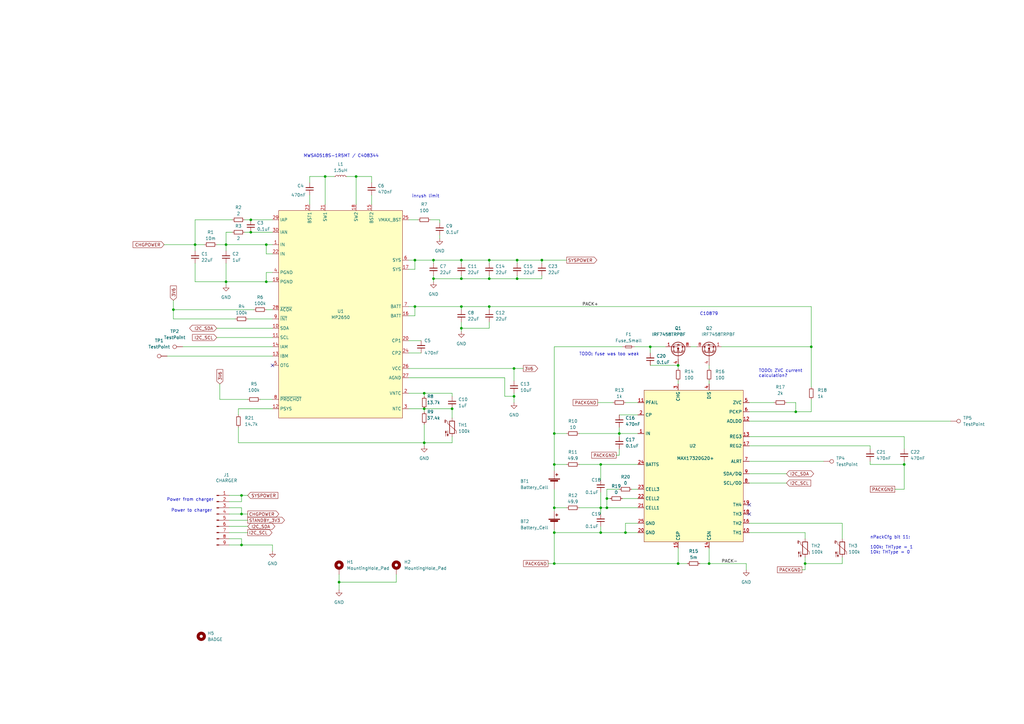
<source format=kicad_sch>
(kicad_sch (version 20230121) (generator eeschema)
  (paper "A3")
  (lib_symbols
    (symbol "Connector:Conn_01x09_Male" (pin_names (offset 1.016) hide)
      (property "Reference" "J" (at 0 12.7 0))
      (property "Value" "Conn_01x09_Male" (at 0 -12.7 0))
      (symbol "Conn_01x09_Male_1_1"
        (polyline (pts (xy 1.27 -10.16) (xy 0.8636 -10.16)) (stroke (width 0.1524)))
        (polyline (pts (xy 1.27 -7.62) (xy 0.8636 -7.62)) (stroke (width 0.1524)))
        (polyline (pts (xy 1.27 -5.08) (xy 0.8636 -5.08)) (stroke (width 0.1524)))
        (polyline (pts (xy 1.27 -2.54) (xy 0.8636 -2.54)) (stroke (width 0.1524)))
        (polyline (pts (xy 1.27 0) (xy 0.8636 0)) (stroke (width 0.1524)))
        (polyline (pts (xy 1.27 2.54) (xy 0.8636 2.54)) (stroke (width 0.1524)))
        (polyline (pts (xy 1.27 5.08) (xy 0.8636 5.08)) (stroke (width 0.1524)))
        (polyline (pts (xy 1.27 7.62) (xy 0.8636 7.62)) (stroke (width 0.1524)))
        (polyline (pts (xy 1.27 10.16) (xy 0.8636 10.16)) (stroke (width 0.1524)))
        (rectangle (start 0.8636 -10.033) (end 0 -10.287) (stroke (width 0.1524)) (fill (type outline)))
        (rectangle (start 0.8636 -7.493) (end 0 -7.747) (stroke (width 0.1524)) (fill (type outline)))
        (rectangle (start 0.8636 -4.953) (end 0 -5.207) (stroke (width 0.1524)) (fill (type outline)))
        (rectangle (start 0.8636 -2.413) (end 0 -2.667) (stroke (width 0.1524)) (fill (type outline)))
        (rectangle (start 0.8636 0.127) (end 0 -0.127) (stroke (width 0.1524)) (fill (type outline)))
        (rectangle (start 0.8636 2.667) (end 0 2.413) (stroke (width 0.1524)) (fill (type outline)))
        (rectangle (start 0.8636 5.207) (end 0 4.953) (stroke (width 0.1524)) (fill (type outline)))
        (rectangle (start 0.8636 7.747) (end 0 7.493) (stroke (width 0.1524)) (fill (type outline)))
        (rectangle (start 0.8636 10.287) (end 0 10.033) (stroke (width 0.1524)) (fill (type outline)))
        (pin passive line (at 5.08 10.16 180) (length 3.81) (name "Pin_1") (number "1"))
        (pin passive line (at 5.08 7.62 180) (length 3.81) (name "Pin_2") (number "2"))
        (pin passive line (at 5.08 5.08 180) (length 3.81) (name "Pin_3") (number "3"))
        (pin passive line (at 5.08 2.54 180) (length 3.81) (name "Pin_4") (number "4"))
        (pin passive line (at 5.08 0 180) (length 3.81) (name "Pin_5") (number "5"))
        (pin passive line (at 5.08 -2.54 180) (length 3.81) (name "Pin_6") (number "6"))
        (pin passive line (at 5.08 -5.08 180) (length 3.81) (name "Pin_7") (number "7"))
        (pin passive line (at 5.08 -7.62 180) (length 3.81) (name "Pin_8") (number "8"))
        (pin passive line (at 5.08 -10.16 180) (length 3.81) (name "Pin_9") (number "9"))
      )
    )
    (symbol "Connector:TestPoint" (pin_numbers hide) (pin_names (offset 0.762) hide)
      (property "Reference" "TP" (at 0 6.858 0))
      (property "Value" "TestPoint" (at 0 5.08 0))
      (symbol "TestPoint_0_1"
        (circle (center 0 3.302) (radius 0.762))
      )
      (symbol "TestPoint_1_1"
        (pin passive line (at 0 0 90) (length 2.54) (name "1") (number "1"))
      )
    )
    (symbol "Device:Battery_Cell" (pin_numbers hide) (pin_names (offset 0) hide)
      (property "Reference" "BT" (at 2.54 2.54 0))
      (property "Value" "Battery_Cell" (at 2.54 0 0))
      (symbol "Battery_Cell_0_1"
        (rectangle (start -2.286 1.778) (end 2.286 1.524) (fill (type outline)))
        (rectangle (start -1.5748 1.1938) (end 1.4732 0.6858) (fill (type outline)))
        (polyline (pts (xy 0 0.762) (xy 0 0)))
        (polyline (pts (xy 0 1.778) (xy 0 2.54)))
        (polyline (pts (xy 0.508 3.429) (xy 1.524 3.429)) (stroke (width 0.254)))
        (polyline (pts (xy 1.016 3.937) (xy 1.016 2.921)) (stroke (width 0.254)))
      )
      (symbol "Battery_Cell_1_1"
        (pin passive line (at 0 5.08 270) (length 2.54) (name "+") (number "1"))
        (pin passive line (at 0 -2.54 90) (length 2.54) (name "-") (number "2"))
      )
    )
    (symbol "Device:C_Small" (pin_numbers hide) (pin_names (offset 0.254) hide)
      (property "Reference" "C" (at 0.254 1.778 0))
      (property "Value" "C_Small" (at 0.254 -2.032 0))
      (symbol "C_Small_0_1"
        (polyline (pts (xy -1.524 -0.508) (xy 1.524 -0.508)) (stroke (width 0.3302)))
        (polyline (pts (xy -1.524 0.508) (xy 1.524 0.508)) (stroke (width 0.3048)))
      )
      (symbol "C_Small_1_1"
        (pin passive line (at 0 2.54 270) (length 2.032) (name "~") (number "1"))
        (pin passive line (at 0 -2.54 90) (length 2.032) (name "~") (number "2"))
      )
    )
    (symbol "Device:Fuse_Small" (pin_numbers hide) (pin_names (offset 0.254) hide)
      (property "Reference" "F" (at 0 -1.524 0))
      (property "Value" "Fuse_Small" (at 0 1.524 0))
      (symbol "Fuse_Small_0_1"
        (rectangle (start -1.27 0.508) (end 1.27 -0.508))
        (polyline (pts (xy -1.27 0) (xy 1.27 0)))
      )
      (symbol "Fuse_Small_1_1"
        (pin passive line (at -2.54 0 0) (length 1.27) (name "~") (number "1"))
        (pin passive line (at 2.54 0 180) (length 1.27) (name "~") (number "2"))
      )
    )
    (symbol "Device:L_Small" (pin_numbers hide) (pin_names (offset 0.254) hide)
      (property "Reference" "L" (at 0.762 1.016 0))
      (property "Value" "L_Small" (at 0.762 -1.016 0))
      (symbol "L_Small_0_1"
        (arc (start 0 -2.032) (mid 0.5058 -1.524) (end 0 -1.016))
        (arc (start 0 -1.016) (mid 0.5058 -0.508) (end 0 0))
        (arc (start 0 0) (mid 0.5058 0.508) (end 0 1.016))
        (arc (start 0 1.016) (mid 0.5058 1.524) (end 0 2.032))
      )
      (symbol "L_Small_1_1"
        (pin passive line (at 0 2.54 270) (length 0.508) (name "~") (number "1"))
        (pin passive line (at 0 -2.54 90) (length 0.508) (name "~") (number "2"))
      )
    )
    (symbol "Device:R_Small" (pin_numbers hide) (pin_names (offset 0.254) hide)
      (property "Reference" "R" (at 0.762 0.508 0))
      (property "Value" "R_Small" (at 0.762 -1.016 0))
      (symbol "R_Small_0_1"
        (rectangle (start -0.762 1.778) (end 0.762 -1.778) (stroke (width 0.2032)))
      )
      (symbol "R_Small_1_1"
        (pin passive line (at 0 2.54 270) (length 0.762) (name "~") (number "1"))
        (pin passive line (at 0 -2.54 90) (length 0.762) (name "~") (number "2"))
      )
    )
    (symbol "Device:Thermistor_NTC" (pin_numbers hide) (pin_names (offset 0))
      (property "Reference" "TH" (at -4.445 0 90))
      (property "Value" "Thermistor_NTC" (at 3.175 0 90))
      (symbol "Thermistor_NTC_0_1"
        (arc (start -3.048 2.159) (mid -3.0495 2.3143) (end -3.175 2.413))
        (arc (start -3.048 2.159) (mid -2.9736 1.9794) (end -2.794 1.905))
        (arc (start -3.048 2.794) (mid -2.9736 2.6144) (end -2.794 2.54))
        (arc (start -2.794 1.905) (mid -2.6144 1.9794) (end -2.54 2.159))
        (arc (start -2.794 2.54) (mid -2.4393 2.5587) (end -2.159 2.794))
        (arc (start -2.794 3.048) (mid -2.9736 2.9736) (end -3.048 2.794))
        (arc (start -2.54 2.794) (mid -2.6144 2.9736) (end -2.794 3.048))
        (rectangle (start -1.016 2.54) (end 1.016 -2.54) (stroke (width 0.254)))
        (polyline (pts (xy -2.54 2.159) (xy -2.54 2.794)))
        (polyline (pts (xy -1.778 2.54) (xy -1.778 1.524) (xy 1.778 -1.524) (xy 1.778 -2.54)))
        (polyline (pts (xy -2.54 -3.683) (xy -2.54 -1.397) (xy -2.794 -2.159) (xy -2.286 -2.159) (xy -2.54 -1.397) (xy -2.54 -1.651)) (fill (type outline)))
        (polyline (pts (xy -1.778 -1.397) (xy -1.778 -3.683) (xy -2.032 -2.921) (xy -1.524 -2.921) (xy -1.778 -3.683) (xy -1.778 -3.429)) (fill (type outline)))
      )
      (symbol "Thermistor_NTC_1_1"
        (pin passive line (at 0 3.81 270) (length 1.27) (name "~") (number "1"))
        (pin passive line (at 0 -3.81 90) (length 1.27) (name "~") (number "2"))
      )
    )
    (symbol "Mechanical:MountingHole" (pin_names (offset 1.016))
      (property "Reference" "H" (at 0 5.08 0))
      (property "Value" "MountingHole" (at 0 3.175 0))
      (symbol "MountingHole_0_1"
        (circle (center 0 0) (radius 1.27) (stroke (width 1.27)))
      )
    )
    (symbol "Mechanical:MountingHole_Pad" (pin_numbers hide) (pin_names (offset 1.016) hide)
      (property "Reference" "H" (at 0 6.35 0))
      (property "Value" "MountingHole_Pad" (at 0 4.445 0))
      (symbol "MountingHole_Pad_0_1"
        (circle (center 0 1.27) (radius 1.27) (stroke (width 1.27)))
      )
      (symbol "MountingHole_Pad_1_1"
        (pin input line (at 0 -2.54 90) (length 2.54) (name "1") (number "1"))
      )
    )
    (symbol "Transistor_FET:IRF7403" (pin_names hide)
      (property "Reference" "Q" (at 5.08 2.54 0))
      (property "Value" "IRF7403" (at 5.08 0 0))
      (symbol "IRF7403_0_1"
        (polyline (pts (xy 0.254 0) (xy -2.54 0)))
        (polyline (pts (xy 0.254 1.905) (xy 0.254 -1.905)) (stroke (width 0.254)))
        (polyline (pts (xy 0.762 -1.27) (xy 0.762 -2.286)) (stroke (width 0.254)))
        (polyline (pts (xy 0.762 0.508) (xy 0.762 -0.508)) (stroke (width 0.254)))
        (polyline (pts (xy 0.762 2.286) (xy 0.762 1.27)) (stroke (width 0.254)))
        (polyline (pts (xy 2.54 2.54) (xy 2.54 1.778)))
        (polyline (pts (xy 2.54 -2.54) (xy 2.54 0) (xy 0.762 0)))
        (polyline (pts (xy 0.762 -1.778) (xy 3.302 -1.778) (xy 3.302 1.778) (xy 0.762 1.778)))
        (polyline (pts (xy 1.016 0) (xy 2.032 0.381) (xy 2.032 -0.381) (xy 1.016 0)) (fill (type outline)))
        (polyline (pts (xy 2.794 0.508) (xy 2.921 0.381) (xy 3.683 0.381) (xy 3.81 0.254)))
        (polyline (pts (xy 3.302 0.381) (xy 2.921 -0.254) (xy 3.683 -0.254) (xy 3.302 0.381)))
        (circle (center 1.651 0) (radius 2.794) (stroke (width 0.254)))
        (circle (center 2.54 -1.778) (radius 0.254) (fill (type outline)))
        (circle (center 2.54 1.778) (radius 0.254) (fill (type outline)))
      )
      (symbol "IRF7403_1_1"
        (pin passive line (at 2.54 -5.08 90) (length 2.54) (name "S") (number "1"))
        (pin passive line (at 2.54 -5.08 90) (length 2.54) hide (name "S") (number "2"))
        (pin passive line (at 2.54 -5.08 90) (length 2.54) hide (name "S") (number "3"))
        (pin input line (at -5.08 0 0) (length 2.54) (name "G") (number "4"))
        (pin passive line (at 2.54 5.08 270) (length 2.54) hide (name "D") (number "5"))
        (pin passive line (at 2.54 5.08 270) (length 2.54) hide (name "D") (number "6"))
        (pin passive line (at 2.54 5.08 270) (length 2.54) hide (name "D") (number "7"))
        (pin passive line (at 2.54 5.08 270) (length 2.54) (name "D") (number "8"))
      )
    )
    (symbol "pocket-reform-charger:MAX17320G"
      (property "Reference" "U2" (at -1.7906 2.54 0))
      (property "Value" "MAX17320G" (at -6.8706 -2.54 0))
      (symbol "MAX17320G_0_1"
        (rectangle (start -20.32 25.4) (end 20.32 -36.83) (fill (type background)))
      )
      (symbol "MAX17320G_1_1"
        (pin power_in line (at -22.86 7.62 0) (length 2.54) (name "IN") (number "1"))
        (pin input line (at 22.86 -33.02 180) (length 2.54) (name "TH1") (number "10"))
        (pin input line (at -22.86 20.32 0) (length 2.54) (name "PFAIL") (number "11"))
        (pin passive line (at 22.86 12.7 180) (length 2.54) (name "AOLDO") (number "12"))
        (pin input line (at 22.86 6.35 180) (length 2.54) (name "REG3") (number "13"))
        (pin input line (at 6.35 -39.37 90) (length 2.54) (name "CSN") (number "14"))
        (pin input line (at -6.35 -39.37 90) (length 2.54) (name "CSP") (number "15"))
        (pin input line (at 22.86 -29.21 180) (length 2.54) (name "TH2") (number "16"))
        (pin input line (at 22.86 2.54 180) (length 2.54) (name "REG2") (number "17"))
        (pin input line (at 22.86 -25.4 180) (length 2.54) (name "TH3") (number "18"))
        (pin input line (at 22.86 -21.59 180) (length 2.54) (name "TH4") (number "19"))
        (pin input line (at -22.86 15.24 0) (length 2.54) (name "CP") (number "2"))
        (pin input line (at -22.86 -33.02 0) (length 2.54) (name "GND") (number "20"))
        (pin input line (at -22.86 -22.86 0) (length 2.54) (name "CELL1") (number "21"))
        (pin input line (at -22.86 -19.05 0) (length 2.54) (name "CELL2") (number "22"))
        (pin input line (at -22.86 -15.24 0) (length 2.54) (name "CELL3") (number "23"))
        (pin input line (at -22.86 -5.08 0) (length 2.54) (name "BATTS") (number "24"))
        (pin input line (at -22.86 -29.21 0) (length 2.54) (name "GND") (number "25"))
        (pin input line (at -6.35 27.94 270) (length 2.54) (name "CHG") (number "3"))
        (pin input line (at 6.35 27.94 270) (length 2.54) (name "DIS") (number "4"))
        (pin passive line (at 22.86 20.32 180) (length 2.54) (name "ZVC") (number "5"))
        (pin passive line (at 22.86 16.51 180) (length 2.54) (name "PCKP") (number "6"))
        (pin output line (at 22.86 -3.81 180) (length 2.54) (name "ALRT") (number "7"))
        (pin input line (at 22.86 -12.7 180) (length 2.54) (name "SCL/OD") (number "8"))
        (pin bidirectional line (at 22.86 -8.89 180) (length 2.54) (name "SDA/DQ") (number "9"))
      )
    )
    (symbol "pocket-reform-charger:MP2650"
      (property "Reference" "U" (at 0 2.54 0))
      (property "Value" "MP2650" (at 0 -1.27 0))
      (symbol "MP2650_0_1"
        (rectangle (start -25.4 41.91) (end 25.4 -43.18) (fill (type background)))
      )
      (symbol "MP2650_1_1"
        (pin power_in line (at -27.94 27.94 0) (length 2.54) (name "IN") (number "1"))
        (pin bidirectional line (at -27.94 -6.35 0) (length 2.54) (name "SDA") (number "10"))
        (pin input line (at -27.94 -10.16 0) (length 2.54) (name "SCL") (number "11"))
        (pin output line (at -27.94 -39.37 0) (length 2.54) (name "PSYS") (number "12"))
        (pin output line (at -27.94 -17.78 0) (length 2.54) (name "IBM") (number "13"))
        (pin output line (at -27.94 -13.97 0) (length 2.54) (name "IAM") (number "14"))
        (pin input line (at 12.7 44.45 270) (length 2.54) (name "BST2") (number "15"))
        (pin bidirectional line (at 27.94 -1.27 180) (length 2.54) (name "BATT") (number "16"))
        (pin power_out line (at 27.94 17.78 180) (length 2.54) (name "SYS") (number "17"))
        (pin input line (at 6.35 44.45 270) (length 2.54) (name "SW2") (number "18"))
        (pin power_in line (at -27.94 12.7 0) (length 2.54) (name "PGND") (number "19"))
        (pin output line (at 27.94 -33.02 180) (length 2.54) (name "VNTC") (number "2"))
        (pin input line (at 27.94 -11.43 180) (length 2.54) (name "CP1") (number "20"))
        (pin input line (at -6.35 44.45 270) (length 2.54) (name "SW1") (number "21"))
        (pin power_in line (at -27.94 24.13 0) (length 2.54) (name "IN") (number "22"))
        (pin input line (at -12.7 44.45 270) (length 2.54) (name "BST1") (number "23"))
        (pin input line (at 27.94 -16.51 180) (length 2.54) (name "CP2") (number "24"))
        (pin output line (at 27.94 38.1 180) (length 2.54) (name "VMAX_BST") (number "25"))
        (pin power_out line (at 27.94 -22.86 180) (length 2.54) (name "VCC") (number "26"))
        (pin power_in line (at 27.94 -26.67 180) (length 2.54) (name "AGND") (number "27"))
        (pin input line (at -27.94 1.27 0) (length 2.54) (name "~{ACOK}") (number "28"))
        (pin input line (at -27.94 38.1 0) (length 2.54) (name "IAP") (number "29"))
        (pin input line (at 27.94 -39.37 180) (length 2.54) (name "NTC") (number "3"))
        (pin input line (at -27.94 33.02 0) (length 2.54) (name "IAN") (number "30"))
        (pin power_in line (at -27.94 16.51 0) (length 2.54) (name "PGND") (number "4"))
        (pin input line (at -27.94 -21.59 0) (length 2.54) (name "OTG") (number "5"))
        (pin power_out line (at 27.94 21.59 180) (length 2.54) (name "SYS") (number "6"))
        (pin bidirectional line (at 27.94 2.54 180) (length 2.54) (name "BATT") (number "7"))
        (pin output line (at -27.94 -35.56 0) (length 2.54) (name "~{PROCHOT}") (number "8"))
        (pin output line (at -27.94 -2.54 0) (length 2.54) (name "~{INT}") (number "9"))
      )
    )
    (symbol "power:GND" (power) (pin_names (offset 0))
      (property "Value" "GND" (at 0 -3.81 0))
      (symbol "GND_0_1"
        (polyline (pts (xy 0 0) (xy 0 -1.27) (xy 1.27 -1.27) (xy 0 -2.54) (xy -1.27 -1.27) (xy 0 -1.27)))
      )
      (symbol "GND_1_1"
        (pin power_in line (at 0 0 270) (length 0) hide (name "GND") (number "1"))
      )
    )
  )
  (junction (at 278.13 231.14))
  (junction (at 173.99 161.29))
  (junction (at 266.7 142.24))
  (junction (at 189.23 134.62))
  (junction (at 173.99 181.61))
  (junction (at 71.12 127))
  (junction (at 200.66 125.73))
  (junction (at 332.74 142.24))
  (junction (at 246.38 218.44))
  (junction (at 278.13 149.86))
  (junction (at 227.33 231.14))
  (junction (at 248.92 208.28))
  (junction (at 177.8 114.3))
  (junction (at 326.39 168.91))
  (junction (at 227.33 177.8))
  (junction (at 210.82 151.13))
  (junction (at 92.71 100.33))
  (junction (at 102.87 90.17))
  (junction (at 102.87 95.25))
  (junction (at 109.22 115.57))
  (junction (at 109.22 100.33))
  (junction (at 80.01 100.33))
  (junction (at 254 177.8))
  (junction (at 246.38 190.5))
  (junction (at 290.83 231.14))
  (junction (at 210.82 162.56))
  (junction (at 246.38 208.28))
  (junction (at 212.09 106.68))
  (junction (at 256.54 218.44))
  (junction (at 173.99 167.64))
  (junction (at 185.42 167.64))
  (junction (at 200.66 106.68))
  (junction (at 99.06 203.2))
  (junction (at 212.09 114.3))
  (junction (at 99.06 223.52))
  (junction (at 248.92 204.47))
  (junction (at 189.23 114.3))
  (junction (at 330.2 231.14))
  (junction (at 189.23 106.68))
  (junction (at 200.66 114.3))
  (junction (at 227.33 208.28))
  (junction (at 99.06 210.82))
  (junction (at 146.05 72.39))
  (junction (at 227.33 190.5))
  (junction (at 370.84 190.5))
  (junction (at 170.18 125.73))
  (junction (at 227.33 218.44))
  (junction (at 222.25 106.68))
  (junction (at 133.35 72.39))
  (junction (at 177.8 106.68))
  (junction (at 170.18 106.68))
  (junction (at 139.065 238.76))
  (junction (at 92.71 115.57))
  (junction (at 189.23 125.73))
  (no_connect (at 307.34 207.01))
  (no_connect (at 307.34 210.82))
  (no_connect (at 111.76 149.86))
  (wire (pts (xy 326.39 165.1) (xy 322.58 165.1)))
  (wire (pts (xy 173.99 173.99) (xy 173.99 181.61)))
  (wire (pts (xy 80.01 100.33) (xy 80.01 102.87)))
  (wire (pts (xy 207.01 162.56) (xy 210.82 162.56)))
  (wire (pts (xy 100.33 95.25) (xy 102.87 95.25)))
  (wire (pts (xy 345.44 231.14) (xy 345.44 228.6)))
  (wire (pts (xy 99.06 220.98) (xy 99.06 223.52)))
  (wire (pts (xy 167.64 161.29) (xy 173.99 161.29)))
  (wire (pts (xy 222.25 114.3) (xy 222.25 113.03)))
  (wire (pts (xy 142.24 72.39) (xy 146.05 72.39)))
  (wire (pts (xy 97.79 181.61) (xy 97.79 175.26)))
  (wire (pts (xy 259.08 200.66) (xy 261.62 200.66)))
  (wire (pts (xy 332.74 168.91) (xy 332.74 163.83)))
  (wire (pts (xy 97.79 167.64) (xy 97.79 170.18)))
  (wire (pts (xy 307.34 168.91) (xy 326.39 168.91)))
  (wire (pts (xy 278.13 156.21) (xy 278.13 157.48)))
  (wire (pts (xy 254 200.66) (xy 248.92 200.66)))
  (wire (pts (xy 167.64 151.13) (xy 210.82 151.13)))
  (wire (pts (xy 283.21 142.24) (xy 285.75 142.24)))
  (wire (pts (xy 92.71 116.84) (xy 92.71 115.57)))
  (wire (pts (xy 345.44 220.98) (xy 345.44 214.63)))
  (wire (pts (xy 207.01 154.94) (xy 207.01 162.56)))
  (wire (pts (xy 254 175.26) (xy 254 177.8)))
  (wire (pts (xy 170.18 125.73) (xy 170.18 129.54)))
  (wire (pts (xy 97.79 167.64) (xy 111.76 167.64)))
  (wire (pts (xy 227.33 208.28) (xy 227.33 209.55)))
  (wire (pts (xy 210.82 162.56) (xy 210.82 165.1)))
  (wire (pts (xy 328.93 233.68) (xy 330.2 233.68)))
  (wire (pts (xy 222.25 106.68) (xy 232.41 106.68)))
  (wire (pts (xy 93.98 205.74) (xy 99.06 205.74)))
  (wire (pts (xy 93.98 210.82) (xy 99.06 210.82)))
  (wire (pts (xy 99.06 208.28) (xy 99.06 210.82)))
  (wire (pts (xy 332.74 125.73) (xy 332.74 142.24)))
  (wire (pts (xy 177.8 114.3) (xy 189.23 114.3)))
  (wire (pts (xy 167.64 167.64) (xy 173.99 167.64)))
  (wire (pts (xy 224.79 231.14) (xy 227.33 231.14)))
  (wire (pts (xy 74.93 142.24) (xy 111.76 142.24)))
  (wire (pts (xy 167.64 90.17) (xy 171.45 90.17)))
  (wire (pts (xy 290.83 231.14) (xy 306.07 231.14)))
  (wire (pts (xy 237.49 177.8) (xy 254 177.8)))
  (wire (pts (xy 93.98 208.28) (xy 99.06 208.28)))
  (wire (pts (xy 356.87 190.5) (xy 356.87 189.23)))
  (wire (pts (xy 90.17 163.83) (xy 90.17 157.48)))
  (wire (pts (xy 367.03 200.66) (xy 370.84 200.66)))
  (wire (pts (xy 356.87 182.88) (xy 356.87 184.15)))
  (wire (pts (xy 210.82 161.29) (xy 210.82 162.56)))
  (wire (pts (xy 152.4 80.01) (xy 152.4 83.82)))
  (wire (pts (xy 167.64 154.94) (xy 207.01 154.94)))
  (wire (pts (xy 96.52 130.81) (xy 71.12 130.81)))
  (wire (pts (xy 307.34 194.31) (xy 322.58 194.31)))
  (wire (pts (xy 332.74 142.24) (xy 295.91 142.24)))
  (wire (pts (xy 127 80.01) (xy 127 83.82)))
  (wire (pts (xy 106.68 163.83) (xy 111.76 163.83)))
  (wire (pts (xy 326.39 168.91) (xy 332.74 168.91)))
  (wire (pts (xy 307.34 182.88) (xy 356.87 182.88)))
  (wire (pts (xy 227.33 218.44) (xy 227.33 217.17)))
  (wire (pts (xy 246.38 190.5) (xy 246.38 196.85)))
  (wire (pts (xy 227.33 200.66) (xy 227.33 208.28)))
  (wire (pts (xy 227.33 190.5) (xy 227.33 193.04)))
  (wire (pts (xy 173.99 161.29) (xy 185.42 161.29)))
  (wire (pts (xy 111.76 226.06) (xy 111.76 223.52)))
  (wire (pts (xy 139.065 238.76) (xy 162.56 238.76)))
  (wire (pts (xy 133.35 83.82) (xy 133.35 72.39)))
  (wire (pts (xy 170.18 125.73) (xy 189.23 125.73)))
  (wire (pts (xy 290.83 156.21) (xy 290.83 157.48)))
  (wire (pts (xy 173.99 181.61) (xy 97.79 181.61)))
  (wire (pts (xy 173.99 161.29) (xy 173.99 162.56)))
  (wire (pts (xy 167.64 139.7) (xy 172.72 139.7)))
  (wire (pts (xy 200.66 113.03) (xy 200.66 114.3)))
  (wire (pts (xy 177.8 113.03) (xy 177.8 114.3)))
  (wire (pts (xy 92.71 115.57) (xy 109.22 115.57)))
  (wire (pts (xy 93.98 218.44) (xy 101.6 218.44)))
  (wire (pts (xy 232.41 177.8) (xy 227.33 177.8)))
  (wire (pts (xy 111.76 104.14) (xy 109.22 104.14)))
  (wire (pts (xy 248.92 204.47) (xy 250.19 204.47)))
  (wire (pts (xy 252.73 186.69) (xy 254 186.69)))
  (wire (pts (xy 189.23 125.73) (xy 189.23 127)))
  (wire (pts (xy 80.01 100.33) (xy 83.82 100.33)))
  (wire (pts (xy 146.05 72.39) (xy 146.05 83.82)))
  (wire (pts (xy 330.2 220.98) (xy 330.2 218.44)))
  (wire (pts (xy 254 170.18) (xy 261.62 170.18)))
  (wire (pts (xy 189.23 106.68) (xy 189.23 107.95)))
  (wire (pts (xy 162.56 238.76) (xy 162.56 235.585)))
  (wire (pts (xy 307.34 198.12) (xy 322.58 198.12)))
  (wire (pts (xy 212.09 106.68) (xy 212.09 107.95)))
  (wire (pts (xy 109.22 104.14) (xy 109.22 100.33)))
  (wire (pts (xy 109.22 100.33) (xy 111.76 100.33)))
  (wire (pts (xy 173.99 167.64) (xy 173.99 168.91)))
  (wire (pts (xy 210.82 151.13) (xy 214.63 151.13)))
  (wire (pts (xy 93.98 220.98) (xy 99.06 220.98)))
  (wire (pts (xy 189.23 106.68) (xy 200.66 106.68)))
  (wire (pts (xy 92.71 95.25) (xy 92.71 100.33)))
  (wire (pts (xy 261.62 214.63) (xy 256.54 214.63)))
  (wire (pts (xy 307.34 165.1) (xy 317.5 165.1)))
  (wire (pts (xy 177.8 106.68) (xy 189.23 106.68)))
  (wire (pts (xy 246.38 208.28) (xy 246.38 210.82)))
  (wire (pts (xy 248.92 200.66) (xy 248.92 204.47)))
  (wire (pts (xy 222.25 106.68) (xy 222.25 107.95)))
  (wire (pts (xy 345.44 214.63) (xy 307.34 214.63)))
  (wire (pts (xy 210.82 151.13) (xy 210.82 156.21)))
  (wire (pts (xy 100.33 90.17) (xy 102.87 90.17)))
  (wire (pts (xy 92.71 100.33) (xy 109.22 100.33)))
  (wire (pts (xy 80.01 115.57) (xy 80.01 107.95)))
  (wire (pts (xy 127 72.39) (xy 127 74.93)))
  (wire (pts (xy 189.23 113.03) (xy 189.23 114.3)))
  (wire (pts (xy 127 72.39) (xy 133.35 72.39)))
  (wire (pts (xy 139.065 235.585) (xy 139.065 238.76)))
  (wire (pts (xy 189.23 134.62) (xy 200.66 134.62)))
  (wire (pts (xy 246.38 215.9) (xy 246.38 218.44)))
  (wire (pts (xy 71.12 130.81) (xy 71.12 127)))
  (wire (pts (xy 255.27 204.47) (xy 261.62 204.47)))
  (wire (pts (xy 266.7 142.24) (xy 266.7 144.78)))
  (wire (pts (xy 256.54 165.1) (xy 261.62 165.1)))
  (wire (pts (xy 101.6 130.81) (xy 111.76 130.81)))
  (wire (pts (xy 99.06 203.2) (xy 101.6 203.2)))
  (wire (pts (xy 109.22 127) (xy 111.76 127)))
  (wire (pts (xy 180.34 91.44) (xy 180.34 90.17)))
  (wire (pts (xy 278.13 149.86) (xy 278.13 151.13)))
  (wire (pts (xy 246.38 201.93) (xy 246.38 208.28)))
  (wire (pts (xy 370.84 190.5) (xy 356.87 190.5)))
  (wire (pts (xy 212.09 114.3) (xy 212.09 113.03)))
  (wire (pts (xy 200.66 114.3) (xy 212.09 114.3)))
  (wire (pts (xy 167.64 106.68) (xy 170.18 106.68)))
  (wire (pts (xy 177.8 114.3) (xy 177.8 115.57)))
  (wire (pts (xy 71.12 127) (xy 104.14 127)))
  (wire (pts (xy 167.64 144.78) (xy 172.72 144.78)))
  (wire (pts (xy 99.06 210.82) (xy 101.6 210.82)))
  (wire (pts (xy 99.06 223.52) (xy 111.76 223.52)))
  (wire (pts (xy 306.07 233.68) (xy 306.07 231.14)))
  (wire (pts (xy 200.66 125.73) (xy 200.66 127)))
  (wire (pts (xy 180.34 96.52) (xy 180.34 97.79)))
  (wire (pts (xy 170.18 106.68) (xy 170.18 110.49)))
  (wire (pts (xy 256.54 214.63) (xy 256.54 218.44)))
  (wire (pts (xy 307.34 218.44) (xy 330.2 218.44)))
  (wire (pts (xy 330.2 231.14) (xy 330.2 233.68)))
  (wire (pts (xy 68.58 146.05) (xy 111.76 146.05)))
  (wire (pts (xy 180.34 90.17) (xy 176.53 90.17)))
  (wire (pts (xy 99.06 223.52) (xy 93.98 223.52)))
  (wire (pts (xy 278.13 231.14) (xy 278.13 224.79)))
  (wire (pts (xy 370.84 190.5) (xy 370.84 200.66)))
  (wire (pts (xy 173.99 167.64) (xy 185.42 167.64)))
  (wire (pts (xy 109.22 111.76) (xy 109.22 115.57)))
  (wire (pts (xy 133.35 72.39) (xy 137.16 72.39)))
  (wire (pts (xy 88.9 134.62) (xy 111.76 134.62)))
  (wire (pts (xy 102.87 95.25) (xy 111.76 95.25)))
  (wire (pts (xy 93.98 203.2) (xy 99.06 203.2)))
  (wire (pts (xy 248.92 208.28) (xy 261.62 208.28)))
  (wire (pts (xy 95.25 90.17) (xy 80.01 90.17)))
  (wire (pts (xy 152.4 74.93) (xy 152.4 72.39)))
  (wire (pts (xy 254 186.69) (xy 254 184.15)))
  (wire (pts (xy 111.76 111.76) (xy 109.22 111.76)))
  (wire (pts (xy 246.38 208.28) (xy 248.92 208.28)))
  (wire (pts (xy 307.34 189.23) (xy 337.82 189.23)))
  (wire (pts (xy 189.23 114.3) (xy 200.66 114.3)))
  (wire (pts (xy 92.71 115.57) (xy 80.01 115.57)))
  (wire (pts (xy 185.42 181.61) (xy 185.42 179.07)))
  (wire (pts (xy 254 177.8) (xy 261.62 177.8)))
  (wire (pts (xy 170.18 129.54) (xy 167.64 129.54)))
  (wire (pts (xy 167.64 125.73) (xy 170.18 125.73)))
  (wire (pts (xy 248.92 208.28) (xy 248.92 204.47)))
  (wire (pts (xy 170.18 106.68) (xy 177.8 106.68)))
  (wire (pts (xy 185.42 167.64) (xy 185.42 171.45)))
  (wire (pts (xy 139.065 238.76) (xy 139.065 241.935)))
  (wire (pts (xy 109.22 115.57) (xy 111.76 115.57)))
  (wire (pts (xy 189.23 132.08) (xy 189.23 134.62)))
  (wire (pts (xy 67.31 100.33) (xy 80.01 100.33)))
  (wire (pts (xy 260.35 142.24) (xy 266.7 142.24)))
  (wire (pts (xy 261.62 218.44) (xy 256.54 218.44)))
  (wire (pts (xy 266.7 149.86) (xy 278.13 149.86)))
  (wire (pts (xy 237.49 190.5) (xy 246.38 190.5)))
  (wire (pts (xy 177.8 106.68) (xy 177.8 107.95)))
  (wire (pts (xy 290.83 231.14) (xy 287.02 231.14)))
  (wire (pts (xy 185.42 161.29) (xy 185.42 162.56)))
  (wire (pts (xy 92.71 100.33) (xy 92.71 102.87)))
  (wire (pts (xy 246.38 208.28) (xy 237.49 208.28)))
  (wire (pts (xy 227.33 190.5) (xy 232.41 190.5)))
  (wire (pts (xy 99.06 205.74) (xy 99.06 203.2)))
  (wire (pts (xy 266.7 142.24) (xy 273.05 142.24)))
  (wire (pts (xy 278.13 231.14) (xy 227.33 231.14)))
  (wire (pts (xy 370.84 189.23) (xy 370.84 190.5)))
  (wire (pts (xy 370.84 179.07) (xy 370.84 184.15)))
  (wire (pts (xy 290.83 224.79) (xy 290.83 231.14)))
  (wire (pts (xy 245.11 165.1) (xy 251.46 165.1)))
  (wire (pts (xy 189.23 134.62) (xy 189.23 135.89)))
  (wire (pts (xy 232.41 208.28) (xy 227.33 208.28)))
  (wire (pts (xy 88.9 138.43) (xy 111.76 138.43)))
  (wire (pts (xy 200.66 125.73) (xy 332.74 125.73)))
  (wire (pts (xy 200.66 134.62) (xy 200.66 132.08)))
  (wire (pts (xy 307.34 179.07) (xy 370.84 179.07)))
  (wire (pts (xy 173.99 181.61) (xy 185.42 181.61)))
  (wire (pts (xy 88.9 100.33) (xy 92.71 100.33)))
  (wire (pts (xy 200.66 106.68) (xy 212.09 106.68)))
  (wire (pts (xy 71.12 123.19) (xy 71.12 127)))
  (wire (pts (xy 173.99 181.61) (xy 173.99 182.88)))
  (wire (pts (xy 281.94 231.14) (xy 278.13 231.14)))
  (wire (pts (xy 246.38 190.5) (xy 261.62 190.5)))
  (wire (pts (xy 246.38 218.44) (xy 227.33 218.44)))
  (wire (pts (xy 212.09 114.3) (xy 222.25 114.3)))
  (wire (pts (xy 80.01 90.17) (xy 80.01 100.33)))
  (wire (pts (xy 101.6 163.83) (xy 90.17 163.83)))
  (wire (pts (xy 330.2 231.14) (xy 345.44 231.14)))
  (wire (pts (xy 189.23 125.73) (xy 200.66 125.73)))
  (wire (pts (xy 170.18 110.49) (xy 167.64 110.49)))
  (wire (pts (xy 254 177.8) (xy 254 179.07)))
  (wire (pts (xy 200.66 106.68) (xy 200.66 107.95)))
  (wire (pts (xy 227.33 218.44) (xy 227.33 231.14)))
  (wire (pts (xy 93.98 215.9) (xy 101.6 215.9)))
  (wire (pts (xy 212.09 106.68) (xy 222.25 106.68)))
  (wire (pts (xy 93.98 213.36) (xy 101.6 213.36)))
  (wire (pts (xy 290.83 149.86) (xy 290.83 151.13)))
  (wire (pts (xy 326.39 168.91) (xy 326.39 165.1)))
  (wire (pts (xy 307.34 172.72) (xy 389.89 172.72)))
  (wire (pts (xy 332.74 142.24) (xy 332.74 158.75)))
  (wire (pts (xy 95.25 95.25) (xy 92.71 95.25)))
  (wire (pts (xy 92.71 107.95) (xy 92.71 115.57)))
  (wire (pts (xy 102.87 90.17) (xy 111.76 90.17)))
  (wire (pts (xy 255.27 142.24) (xy 227.33 142.24)))
  (wire (pts (xy 330.2 228.6) (xy 330.2 231.14)))
  (wire (pts (xy 146.05 72.39) (xy 152.4 72.39)))
  (wire (pts (xy 227.33 142.24) (xy 227.33 177.8)))
  (wire (pts (xy 227.33 177.8) (xy 227.33 190.5)))
  (wire (pts (xy 256.54 218.44) (xy 246.38 218.44)))
  (text "TODO: fuse was too weak" (at 237.49 146.05 0) (effects (font (size 1.27 1.27)) (justify left bottom)))
  (text "MWSA0518S-1R5MT / C408344" (at 124.46 64.77 0) (effects (font (size 1.27 1.27)) (justify left bottom)))
  (text "TODO: ZVC current\ncalculation?" (at 311.15 154.94 0) (effects (font (size 1.27 1.27)) (justify left bottom)))
  (text "C10879" (at 287.02 129.54 0) (effects (font (size 1.27 1.27)) (justify left bottom)))
  (text "inrush limit" (at 168.91 81.28 0) (effects (font (size 1.27 1.27)) (justify left bottom)))
  (text "Power from charger" (at 87.63 205.74 0) (effects (font (size 1.27 1.27)) (justify right bottom)))
  (text "nPackCfg bit 11:\n\n100k: THType = 1\n10k: THType = 0" (at 356.87 227.33 0) (effects (font (size 1.27 1.27)) (justify left bottom)))
  (text "Power to charger" (at 86.995 210.185 0) (effects (font (size 1.27 1.27)) (justify right bottom)))
  (label "PACK+" (at 238.76 125.73 0))
  (label "PACK-" (at 295.91 231.14 0))
  (global_label "PACKGND" (shape passive) (at 328.93 233.68 180) (property "Intersheetrefs" "${INTERSHEET_REFS}" (effects hide)))
  (global_label "PACKGND" (shape passive) (at 367.03 200.66 180) (property "Intersheetrefs" "${INTERSHEET_REFS}" (effects hide)))
  (global_label "CHGPOWER" (shape output) (at 101.6 210.82 0) (property "Intersheetrefs" "${INTERSHEET_REFS}" (effects hide)))
  (global_label "PACKGND" (shape passive) (at 224.79 231.14 180) (property "Intersheetrefs" "${INTERSHEET_REFS}" (effects hide)))
  (global_label "SYSPOWER" (shape input) (at 101.6 203.2 0) (property "Intersheetrefs" "${INTERSHEET_REFS}" (effects hide)))
  (global_label "I2C_SDA" (shape bidirectional) (at 322.58 194.31 0) (property "Intersheetrefs" "${INTERSHEET_REFS}" (effects hide)))
  (global_label "SYSPOWER" (shape output) (at 232.41 106.68 0) (property "Intersheetrefs" "${INTERSHEET_REFS}" (effects hide)))
  (global_label "3V6" (shape input) (at 71.12 123.19 90) (property "Intersheetrefs" "${INTERSHEET_REFS}" (effects hide)))
  (global_label "3V6" (shape input) (at 90.17 157.48 90) (property "Intersheetrefs" "${INTERSHEET_REFS}" (effects hide)))
  (global_label "I2C_SDA" (shape bidirectional) (at 88.9 134.62 180) (property "Intersheetrefs" "${INTERSHEET_REFS}" (effects hide)))
  (global_label "I2C_SCL" (shape input) (at 322.58 198.12 0) (property "Intersheetrefs" "${INTERSHEET_REFS}" (effects hide)))
  (global_label "3V6" (shape output) (at 214.63 151.13 0) (property "Intersheetrefs" "${INTERSHEET_REFS}" (effects hide)))
  (global_label "STANDBY_3V3" (shape output) (at 101.6 213.36 0) (property "Intersheetrefs" "${INTERSHEET_REFS}" (effects hide)))
  (global_label "PACKGND" (shape passive) (at 245.11 165.1 180) (property "Intersheetrefs" "${INTERSHEET_REFS}" (effects hide)))
  (global_label "I2C_SCL" (shape input) (at 88.9 138.43 180) (property "Intersheetrefs" "${INTERSHEET_REFS}" (effects hide)))
  (global_label "CHGPOWER" (shape input) (at 67.31 100.33 180) (property "Intersheetrefs" "${INTERSHEET_REFS}" (effects hide)))
  (global_label "I2C_SDA" (shape bidirectional) (at 101.6 215.9 0) (property "Intersheetrefs" "${INTERSHEET_REFS}" (effects hide)))
  (global_label "I2C_SCL" (shape output) (at 101.6 218.44 0) (property "Intersheetrefs" "${INTERSHEET_REFS}" (effects hide)))
  (global_label "PACKGND" (shape passive) (at 252.73 186.69 180) (property "Intersheetrefs" "${INTERSHEET_REFS}" (effects hide)))
  (symbol (lib_id "power:GND") (at 111.76 226.06 0) (unit 1)
    (property "Reference" "#PWR0101" (effects hide))
    (property "Value" "GND" (at 111.76 231.14 0))
  )
  (symbol (lib_id "Device:C_Small") (at 172.72 142.24 180) (unit 1)
    (property "Reference" "C5" (at 173.99 139.6935 0) (effects (justify right)))
    (property "Value" "470nF" (at 173.99 144.7735 0) (effects (justify right)))
    (property "Footprint" "Capacitor_SMD:C_0603_1608Metric" (effects hide))
    (property "LCSC" "C2905413" (effects hide))
    (property "Manufacturer" "Taiyo Yuden" (effects hide))
    (property "Manufacturer_No" "UMK107B7474KAHTE" (effects hide))
  )
  (symbol (lib_id "Device:C_Small") (at 200.66 129.54 0) (unit 1)
    (property "Reference" "C12" (at 203.2 128.2762 0) (effects (justify left)))
    (property "Value" "22uF" (at 203.2 130.8162 0) (effects (justify left)))
    (property "Footprint" "Capacitor_SMD:C_0805_2012Metric" (effects hide))
    (property "LCSC" "C86816" (effects hide))
    (property "Manufacturer" "Murata" (effects hide))
    (property "Manufacturer_No" "GRM21BR61E226ME44L" (effects hide))
  )
  (symbol (lib_id "Device:R_Small") (at 106.68 127 90) (unit 1)
    (property "Reference" "R6" (at 106.68 121.92 90))
    (property "Value" "100k" (at 106.68 124.46 90))
    (property "Footprint" "Resistor_SMD:R_0603_1608Metric" (effects hide))
    (property "LCSC" "C189597" (effects hide))
    (property "Manufacturer" "Panasonic" (effects hide))
    (property "Manufacturer_No" "ERJ3EKF1003V" (effects hide))
  )
  (symbol (lib_id "power:GND") (at 177.8 115.57 0) (unit 1)
    (property "Reference" "#PWR03" (effects hide))
    (property "Value" "GND" (at 177.8 120.65 0))
  )
  (symbol (lib_id "Device:R_Small") (at 173.99 165.1 0) (unit 1)
    (property "Reference" "R8" (at 176.53 162.56 0))
    (property "Value" "13.7k" (at 177.8 165.1 0))
    (property "Footprint" "Resistor_SMD:R_0603_1608Metric" (effects hide))
    (property "LCSC" "C203293" (effects hide))
    (property "Manufacturer" "Bourns" (effects hide))
    (property "Manufacturer_No" "CR0603-FX-1372ELF" (effects hide))
  )
  (symbol (lib_id "Device:C_Small") (at 246.38 199.39 180) (unit 1)
    (property "Reference" "C18" (at 242.57 196.8435 0) (effects (justify right)))
    (property "Value" "0.1uF" (at 240.03 201.9235 0) (effects (justify right)))
    (property "Footprint" "Capacitor_SMD:C_0603_1608Metric" (effects hide))
  )
  (symbol (lib_id "Device:R_Small") (at 86.36 100.33 270) (unit 1)
    (property "Reference" "R1" (at 86.36 95.25 90))
    (property "Value" "10m" (at 86.36 97.79 90))
    (property "Footprint" "Resistor_SMD:R_1206_3216Metric" (effects hide))
    (property "LCSC" "C2961483" (effects hide))
    (property "Manufacturer" "FH" (effects hide))
    (property "Manufacturer_No" "MFJ06HR010FT" (effects hide))
  )
  (symbol (lib_id "Device:Fuse_Small") (at 257.81 142.24 0) (unit 1)
    (property "Reference" "F1" (at 257.81 137.16 0))
    (property "Value" "Fuse_Small" (at 257.81 139.7 0))
    (property "Footprint" "Fuse:Fuse_1206_3216Metric" (effects hide))
    (property "LCSC" "C883133" (effects hide))
    (property "Manufacturer" "BHFUSE" (effects hide))
    (property "Manufacturer_No" "BSMD1206-150-16V" (effects hide))
  )
  (symbol (lib_id "Device:R_Small") (at 234.95 190.5 270) (unit 1)
    (property "Reference" "R11" (at 234.95 185.42 90))
    (property "Value" "49.9" (at 234.95 187.96 90))
    (property "Footprint" "Resistor_SMD:R_0603_1608Metric" (effects hide))
    (property "LCSC" "C403255" (effects hide))
    (property "Manufacturer" "Panasonic" (effects hide))
    (property "Manufacturer_No" "ERJ3EKF49R9V" (effects hide))
  )
  (symbol (lib_id "Device:C_Small") (at 254 172.72 180) (unit 1)
    (property "Reference" "C16" (at 256.54 171.4435 0) (effects (justify right)))
    (property "Value" "470nF" (at 256.54 173.9835 0) (effects (justify right)))
    (property "Footprint" "Capacitor_SMD:C_0603_1608Metric" (effects hide))
    (property "LCSC" "C2905413" (effects hide))
    (property "Manufacturer" "Taiyo Yuden" (effects hide))
    (property "Manufacturer_No" "UMK107B7474KAHTE" (effects hide))
  )
  (symbol (lib_id "pocket-reform-charger:MAX17320G") (at 284.48 185.42 0) (unit 1)
    (property "Reference" "U2" (at 282.6894 182.88 0) (effects (justify left)))
    (property "Value" "MAX17320G20+" (at 277.6094 187.96 0) (effects (justify left)))
    (property "Footprint" "Package_DFN_QFN:QFN-24-1EP_4x4mm_P0.5mm_EP2.65x2.65mm_ThermalVias" (effects hide))
    (property "Datasheet" "https://datasheets.maximintegrated.com/en/ds/MAX17320.pdf" (effects hide))
  )
  (symbol (lib_id "Device:R_Small") (at 104.14 163.83 90) (unit 1)
    (property "Reference" "R5" (at 104.14 157.48 90))
    (property "Value" "100k" (at 104.14 160.02 90))
    (property "Footprint" "Resistor_SMD:R_0603_1608Metric" (effects hide))
    (property "LCSC" "C189597" (effects hide))
    (property "Manufacturer" "Panasonic" (effects hide))
    (property "Manufacturer_No" "ERJ3EKF1003V" (effects hide))
  )
  (symbol (lib_id "Device:C_Small") (at 370.84 186.69 180) (unit 1)
    (property "Reference" "C22" (at 373.38 185.4135 0) (effects (justify right)))
    (property "Value" "470nF" (at 373.38 187.9535 0) (effects (justify right)))
    (property "Footprint" "Capacitor_SMD:C_0603_1608Metric" (effects hide))
    (property "LCSC" "C2905413" (effects hide))
    (property "Manufacturer" "Taiyo Yuden" (effects hide))
    (property "Manufacturer_No" "UMK107B7474KAHTE" (effects hide))
  )
  (symbol (lib_id "Device:R_Small") (at 97.79 90.17 270) (unit 1)
    (property "Reference" "R2" (at 97.79 85.09 90))
    (property "Value" "2" (at 97.79 87.63 90))
    (property "Footprint" "Resistor_SMD:R_0603_1608Metric" (effects hide))
    (property "LCSC" "C403469" (effects hide))
    (property "Manufacturer" "Panasonic" (effects hide))
    (property "Manufacturer_No" "ERJ3GEYJ2R0V" (effects hide))
  )
  (symbol (lib_id "Device:C_Small") (at 200.66 110.49 0) (unit 1)
    (property "Reference" "C14" (at 203.2 109.2262 0) (effects (justify left)))
    (property "Value" "22uF" (at 203.2 111.7662 0) (effects (justify left)))
    (property "Footprint" "Capacitor_SMD:C_0805_2012Metric" (effects hide))
    (property "LCSC" "C86816" (effects hide))
    (property "Manufacturer" "Murata" (effects hide))
    (property "Manufacturer_No" "GRM21BR61E226ME44L" (effects hide))
  )
  (symbol (lib_id "Transistor_FET:IRF7403") (at 290.83 144.78 90) (unit 1)
    (property "Reference" "Q2" (at 290.83 134.62 90))
    (property "Value" "IRF7458TRPBF" (at 294.64 137.16 90))
    (property "Footprint" "Package_SO:SOIC-8_3.9x4.9mm_P1.27mm" (effects hide))
    (property "Datasheet" "https://datasheet.lcsc.com/lcsc/1804240110_Infineon-Technologies-IRF7458TRPBF_C10879.pdf" (effects hide))
    (property "LCSC" "C10879" (effects hide))
  )
  (symbol (lib_id "Device:Battery_Cell") (at 227.33 198.12 0) (unit 1)
    (property "Reference" "BT1" (at 213.36 197.3579 0) (effects (justify left)))
    (property "Value" "Battery_Cell" (at 213.36 199.8979 0) (effects (justify left)))
    (property "Footprint" "Connector_JST:JST_PH_S2B-PH-SM4-TB_1x02-1MP_P2.00mm_Horizontal" (effects hide))
  )
  (symbol (lib_id "Device:R_Small") (at 256.54 200.66 270) (unit 1)
    (property "Reference" "R20" (at 256.54 195.58 90))
    (property "Value" "0" (at 256.54 198.12 90))
    (property "Footprint" "Resistor_SMD:R_0603_1608Metric" (effects hide))
  )
  (symbol (lib_id "power:GND") (at 139.065 241.935 0) (unit 1)
    (property "Reference" "#PWR08" (effects hide))
    (property "Value" "GND" (at 139.065 247.015 0))
  )
  (symbol (lib_id "Device:R_Small") (at 234.95 177.8 270) (unit 1)
    (property "Reference" "R10" (at 234.95 172.72 90))
    (property "Value" "10" (at 234.95 175.26 90))
    (property "Footprint" "Resistor_SMD:R_0603_1608Metric" (effects hide))
    (property "LCSC" "C193335" (effects hide))
    (property "Manufacturer" "Panasonic" (effects hide))
    (property "Manufacturer_No" "ERJ3EKF10R0V" (effects hide))
  )
  (symbol (lib_id "Device:R_Small") (at 254 165.1 270) (unit 1)
    (property "Reference" "R13" (at 254 160.02 90))
    (property "Value" "1k" (at 254 162.56 90))
    (property "Footprint" "Resistor_SMD:R_0603_1608Metric" (effects hide))
    (property "LCSC" "C112433" (effects hide))
    (property "Manufacturer" "Walsin" (effects hide))
    (property "Manufacturer_No" "WR06X1001FTL" (effects hide))
  )
  (symbol (lib_id "power:GND") (at 189.23 135.89 0) (unit 1)
    (property "Reference" "#PWR04" (effects hide))
    (property "Value" "GND" (at 189.23 140.97 0))
  )
  (symbol (lib_id "Device:R_Small") (at 97.79 95.25 270) (unit 1)
    (property "Reference" "R3" (at 97.79 92.71 90))
    (property "Value" "2" (at 97.79 97.79 90))
    (property "Footprint" "Resistor_SMD:R_0603_1608Metric" (effects hide))
    (property "LCSC" "C403469" (effects hide))
    (property "Manufacturer" "Panasonic" (effects hide))
    (property "Manufacturer_No" "ERJ3GEYJ2R0V" (effects hide))
  )
  (symbol (lib_id "Device:Thermistor_NTC") (at 345.44 224.79 0) (unit 1)
    (property "Reference" "TH3" (at 347.98 223.8375 0) (effects (justify left)))
    (property "Value" "100k" (at 347.98 226.3775 0) (effects (justify left)))
    (property "Footprint" "Resistor_SMD:R_0603_1608Metric" (effects hide))
  )
  (symbol (lib_id "Device:R_Small") (at 290.83 153.67 180) (unit 1)
    (property "Reference" "R16" (at 293.37 152.3999 0) (effects (justify right)))
    (property "Value" "100" (at 293.37 154.9399 0) (effects (justify right)))
    (property "Footprint" "Resistor_SMD:R_0603_1608Metric" (effects hide))
    (property "LCSC" "C384296" (effects hide))
    (property "Manufacturer" "Walsin" (effects hide))
    (property "Manufacturer_No" "WR06X101JTL" (effects hide))
  )
  (symbol (lib_id "power:GND") (at 306.07 233.68 0) (unit 1)
    (property "Reference" "#PWR07" (effects hide))
    (property "Value" "GND" (at 306.07 238.76 0))
  )
  (symbol (lib_id "Device:C_Small") (at 102.87 92.71 180) (unit 1)
    (property "Reference" "C3" (at 105.41 91.4335 0) (effects (justify right)))
    (property "Value" "0.1uF" (at 105.41 93.9735 0) (effects (justify right)))
    (property "Footprint" "Capacitor_SMD:C_0603_1608Metric" (effects hide))
  )
  (symbol (lib_id "power:GND") (at 173.99 182.88 0) (unit 1)
    (property "Reference" "#PWR02" (effects hide))
    (property "Value" "GND" (at 173.99 187.96 0))
  )
  (symbol (lib_id "Connector:TestPoint") (at 389.89 172.72 270) (unit 1)
    (property "Reference" "TP5" (at 394.97 171.4499 90) (effects (justify left)))
    (property "Value" "TestPoint" (at 394.97 173.9899 90) (effects (justify left)))
    (property "Footprint" "TestPoint:TestPoint_Pad_1.0x1.0mm" (effects hide))
  )
  (symbol (lib_id "Device:R_Small") (at 97.79 172.72 180) (unit 1)
    (property "Reference" "R21" (at 100.33 171.45 0) (effects (justify right)))
    (property "Value" "14.7k" (at 100.33 173.99 0) (effects (justify right)))
    (property "Footprint" "Resistor_SMD:R_0603_1608Metric" (effects hide))
  )
  (symbol (lib_id "Device:C_Small") (at 246.38 213.36 180) (unit 1)
    (property "Reference" "C19" (at 242.57 210.8135 0) (effects (justify right)))
    (property "Value" "0.1uF" (at 240.03 215.8935 0) (effects (justify right)))
    (property "Footprint" "Capacitor_SMD:C_0603_1608Metric" (effects hide))
  )
  (symbol (lib_id "Device:C_Small") (at 80.01 105.41 180) (unit 1)
    (property "Reference" "C1" (at 82.55 104.1335 0) (effects (justify right)))
    (property "Value" "22uF" (at 82.55 106.6735 0) (effects (justify right)))
    (property "Footprint" "Capacitor_SMD:C_0805_2012Metric" (effects hide))
    (property "LCSC" "C86816" (effects hide))
    (property "Manufacturer" "Murata" (effects hide))
    (property "Manufacturer_No" "GRM21BR61E226ME44L" (effects hide))
  )
  (symbol (lib_id "power:GND") (at 180.34 97.79 0) (unit 1)
    (property "Reference" "#PWR05" (effects hide))
    (property "Value" "GND" (at 180.34 102.87 0))
  )
  (symbol (lib_id "power:GND") (at 210.82 165.1 0) (unit 1)
    (property "Reference" "#PWR06" (effects hide))
    (property "Value" "GND" (at 210.82 170.18 0))
  )
  (symbol (lib_id "Device:C_Small") (at 254 181.61 180) (unit 1)
    (property "Reference" "C17" (at 256.54 180.3335 0) (effects (justify right)))
    (property "Value" "0.1uF" (at 256.54 182.8735 0) (effects (justify right)))
    (property "Footprint" "Capacitor_SMD:C_0603_1608Metric" (effects hide))
  )
  (symbol (lib_id "Device:R_Small") (at 234.95 208.28 270) (unit 1)
    (property "Reference" "R12" (at 234.95 203.2 90))
    (property "Value" "49.9" (at 234.95 205.74 90))
    (property "Footprint" "Resistor_SMD:R_0603_1608Metric" (effects hide))
    (property "LCSC" "C403255" (effects hide))
    (property "Manufacturer" "Panasonic" (effects hide))
    (property "Manufacturer_No" "ERJ3EKF49R9V" (effects hide))
  )
  (symbol (lib_id "Device:Battery_Cell") (at 227.33 214.63 0) (unit 1)
    (property "Reference" "BT2" (at 213.36 213.8679 0) (effects (justify left)))
    (property "Value" "Battery_Cell" (at 213.36 216.4079 0) (effects (justify left)))
    (property "Footprint" "Connector_JST:JST_PH_S2B-PH-SM4-TB_1x02-1MP_P2.00mm_Horizontal" (effects hide))
  )
  (symbol (lib_id "Device:C_Small") (at 212.09 110.49 0) (unit 1)
    (property "Reference" "C15" (at 214.63 109.2262 0) (effects (justify left)))
    (property "Value" "22uF" (at 214.63 111.7662 0) (effects (justify left)))
    (property "Footprint" "Capacitor_SMD:C_0805_2012Metric" (effects hide))
    (property "LCSC" "C86816" (effects hide))
    (property "Manufacturer" "Murata" (effects hide))
    (property "Manufacturer_No" "GRM21BR61E226ME44L" (effects hide))
  )
  (symbol (lib_id "Device:Thermistor_NTC") (at 330.2 224.79 0) (unit 1)
    (property "Reference" "TH2" (at 332.74 223.8375 0) (effects (justify left)))
    (property "Value" "100k" (at 332.74 226.3775 0) (effects (justify left)))
    (property "Footprint" "Resistor_SMD:R_0603_1608Metric" (effects hide))
  )
  (symbol (lib_id "Connector:TestPoint") (at 74.93 142.24 90) (unit 1)
    (property "Reference" "TP2" (at 71.628 135.89 90))
    (property "Value" "TestPoint" (at 71.628 138.43 90))
    (property "Footprint" "TestPoint:TestPoint_Pad_1.0x1.0mm" (effects hide))
  )
  (symbol (lib_id "Device:R_Small") (at 332.74 161.29 0) (unit 1)
    (property "Reference" "R18" (at 335.28 160.0199 0) (effects (justify left)))
    (property "Value" "1k" (at 335.28 162.5599 0) (effects (justify left)))
    (property "Footprint" "Resistor_SMD:R_0603_1608Metric" (effects hide))
    (property "LCSC" "C112433" (effects hide))
    (property "Manufacturer" "Walsin" (effects hide))
    (property "Manufacturer_No" "WR06X1001FTL" (effects hide))
  )
  (symbol (lib_id "Device:Thermistor_NTC") (at 185.42 175.26 0) (unit 1)
    (property "Reference" "TH1" (at 187.96 174.3075 0) (effects (justify left)))
    (property "Value" "100k" (at 187.96 176.8475 0) (effects (justify left)))
    (property "Footprint" "Resistor_SMD:R_0603_1608Metric" (effects hide))
  )
  (symbol (lib_id "Device:C_Small") (at 127 77.47 180) (unit 1)
    (property "Reference" "C4" (at 121.92 76.1935 0) (effects (justify right)))
    (property "Value" "470nF" (at 119.38 80.0035 0) (effects (justify right)))
    (property "Footprint" "Capacitor_SMD:C_0603_1608Metric" (effects hide))
    (property "LCSC" "C2905413" (effects hide))
    (property "Manufacturer" "Taiyo Yuden" (effects hide))
    (property "Manufacturer_No" "UMK107B7474KAHTE" (effects hide))
  )
  (symbol (lib_id "Device:C_Small") (at 210.82 158.75 0) (unit 1)
    (property "Reference" "C13" (at 213.36 157.4862 0) (effects (justify left)))
    (property "Value" "10uF" (at 213.36 160.0262 0) (effects (justify left)))
    (property "Footprint" "Capacitor_SMD:C_0603_1608Metric" (effects hide))
    (property "LCSC" "C386081" (effects hide))
    (property "Manufacturer" "Taiyo Yuden" (effects hide))
    (property "Manufacturer_No" "TMK107BBJ106MA-T" (effects hide))
  )
  (symbol (lib_id "Device:R_Small") (at 278.13 153.67 180) (unit 1)
    (property "Reference" "R14" (at 280.67 152.3999 0) (effects (justify right)))
    (property "Value" "100" (at 280.67 154.9399 0) (effects (justify right)))
    (property "Footprint" "Resistor_SMD:R_0603_1608Metric" (effects hide))
    (property "LCSC" "C384296" (effects hide))
    (property "Manufacturer" "Walsin" (effects hide))
    (property "Manufacturer_No" "WR06X101JTL" (effects hide))
  )
  (symbol (lib_id "Mechanical:MountingHole_Pad") (at 139.065 233.045 0) (unit 1)
    (property "Reference" "H1" (at 142.24 230.5049 0) (effects (justify left)))
    (property "Value" "MountingHole_Pad" (at 142.24 233.0449 0) (effects (justify left)))
    (property "Footprint" "MountingHole:MountingHole_2.2mm_M2_Pad" (effects hide))
  )
  (symbol (lib_id "Device:C_Small") (at 266.7 147.32 180) (unit 1)
    (property "Reference" "C20" (at 269.24 146.0435 0) (effects (justify right)))
    (property "Value" "0.1uF" (at 269.24 148.5835 0) (effects (justify right)))
    (property "Footprint" "Capacitor_SMD:C_0603_1608Metric" (effects hide))
  )
  (symbol (lib_id "Connector:TestPoint") (at 337.82 189.23 270) (unit 1)
    (property "Reference" "TP4" (at 342.9 187.9599 90) (effects (justify left)))
    (property "Value" "TestPoint" (at 342.9 190.4999 90) (effects (justify left)))
    (property "Footprint" "TestPoint:TestPoint_Pad_1.0x1.0mm" (effects hide))
  )
  (symbol (lib_id "Transistor_FET:IRF7403") (at 278.13 144.78 270) (mirror x) (unit 1)
    (property "Reference" "Q1" (at 278.13 134.62 90))
    (property "Value" "IRF7458TRPBF" (at 274.32 137.16 90))
    (property "Footprint" "Package_SO:SOIC-8_3.9x4.9mm_P1.27mm" (effects hide))
    (property "Datasheet" "https://datasheet.lcsc.com/lcsc/1804240110_Infineon-Technologies-IRF7458TRPBF_C10879.pdf" (effects hide))
    (property "LCSC" "C10879" (effects hide))
  )
  (symbol (lib_id "Mechanical:MountingHole") (at 82.55 260.985 0) (unit 1)
    (property "Reference" "H5" (at 85.09 259.7149 0) (effects (justify left)))
    (property "Value" "BADGE" (at 85.09 262.2549 0) (effects (justify left)))
    (property "Footprint" "pocket-reform-charger:pocket-reform-charger-badge" (effects hide))
  )
  (symbol (lib_id "Mechanical:MountingHole_Pad") (at 162.56 233.045 0) (unit 1)
    (property "Reference" "H2" (at 165.735 230.5049 0) (effects (justify left)))
    (property "Value" "MountingHole_Pad" (at 165.735 233.0449 0) (effects (justify left)))
    (property "Footprint" "MountingHole:MountingHole_2.2mm_M2_Pad" (effects hide))
  )
  (symbol (lib_id "Device:C_Small") (at 189.23 129.54 0) (unit 1)
    (property "Reference" "C8" (at 191.77 128.2762 0) (effects (justify left)))
    (property "Value" "22uF" (at 191.77 130.8162 0) (effects (justify left)))
    (property "Footprint" "Capacitor_SMD:C_0805_2012Metric" (effects hide))
    (property "LCSC" "C86816" (effects hide))
    (property "Manufacturer" "Murata" (effects hide))
    (property "Manufacturer_No" "GRM21BR61E226ME44L" (effects hide))
  )
  (symbol (lib_id "Device:C_Small") (at 92.71 105.41 180) (unit 1)
    (property "Reference" "C2" (at 95.25 104.1335 0) (effects (justify right)))
    (property "Value" "1uF" (at 95.25 106.6735 0) (effects (justify right)))
    (property "Footprint" "Capacitor_SMD:C_0603_1608Metric" (effects hide))
    (property "LCSC" "C15849" (effects hide))
    (property "Manufacturer" "Samsung" (effects hide))
    (property "Manufacturer_No" "CL10A105KB8NNNC" (effects hide))
  )
  (symbol (lib_id "power:GND") (at 92.71 116.84 0) (unit 1)
    (property "Reference" "#PWR01" (effects hide))
    (property "Value" "GND" (at 92.71 121.92 0))
  )
  (symbol (lib_id "Connector:Conn_01x09_Male") (at 88.9 213.36 0) (unit 1)
    (property "Reference" "J1" (at 92.9132 194.7926 0))
    (property "Value" "CHARGER" (at 92.9132 197.104 0))
    (property "Footprint" "Connector_JST:JST_PH_S9B-PH-SM4-TB_1x09-1MP_P2.00mm_Horizontal" (effects hide))
    (property "Manufacturer" "HR(Joint Tech Elec)" (effects hide))
    (property "LCSC" "C278795" (effects hide))
    (property "Manufacturer_No" "A2001WR-S-09PD01" (effects hide))
  )
  (symbol (lib_id "Device:R_Small") (at 252.73 204.47 270) (unit 1)
    (property "Reference" "R19" (at 252.73 199.39 90))
    (property "Value" "0" (at 252.73 201.93 90))
    (property "Footprint" "Resistor_SMD:R_0603_1608Metric" (effects hide))
  )
  (symbol (lib_id "pocket-reform-charger:MP2650") (at 139.7 128.27 0) (unit 1)
    (property "Reference" "U1" (at 139.7 127.635 0))
    (property "Value" "MP2650" (at 139.7 130.175 0))
    (property "Footprint" "pocket-reform-charger:MP2762A" (effects hide))
  )
  (symbol (lib_id "Device:R_Small") (at 99.06 130.81 90) (unit 1)
    (property "Reference" "R4" (at 99.06 125.73 90))
    (property "Value" "100k" (at 99.06 128.27 90))
    (property "Footprint" "Resistor_SMD:R_0603_1608Metric" (effects hide))
    (property "LCSC" "C189597" (effects hide))
    (property "Manufacturer" "Panasonic" (effects hide))
    (property "Manufacturer_No" "ERJ3EKF1003V" (effects hide))
  )
  (symbol (lib_id "Device:C_Small") (at 185.42 165.1 0) (unit 1)
    (property "Reference" "C10" (at 187.96 163.8362 0) (effects (justify left)))
    (property "Value" "1uF" (at 187.96 166.3762 0) (effects (justify left)))
    (property "Footprint" "Capacitor_SMD:C_0603_1608Metric" (effects hide))
    (property "LCSC" "C15849" (effects hide))
    (property "Manufacturer" "Samsung" (effects hide))
    (property "Manufacturer_No" "CL10A105KB8NNNC" (effects hide))
  )
  (symbol (lib_id "Device:R_Small") (at 173.99 171.45 0) (unit 1)
    (property "Reference" "R9" (at 176.53 168.91 0))
    (property "Value" "37.4k" (at 177.8 171.45 0))
    (property "Footprint" "Resistor_SMD:R_0603_1608Metric" (effects hide))
    (property "LCSC" "C203565" (effects hide))
    (property "Manufacturer" "Bourns" (effects hide))
    (property "Manufacturer_No" "CR0603-FX-3742ELF" (effects hide))
  )
  (symbol (lib_id "Device:L_Small") (at 139.7 72.39 90) (unit 1)
    (property "Reference" "L1" (at 139.7 67.31 90))
    (property "Value" "1.5uH" (at 139.7 69.85 90))
    (property "Footprint" "Inductor_SMD:L_Sunlord_MWSA0518_5.4x5.2mm" (effects hide))
    (property "LCSC" "C408344" (effects hide))
  )
  (symbol (lib_id "Device:C_Small") (at 189.23 110.49 0) (unit 1)
    (property "Reference" "C11" (at 191.77 109.2262 0) (effects (justify left)))
    (property "Value" "22uF" (at 191.77 111.7662 0) (effects (justify left)))
    (property "Footprint" "Capacitor_SMD:C_0805_2012Metric" (effects hide))
    (property "LCSC" "C86816" (effects hide))
    (property "Manufacturer" "Murata" (effects hide))
    (property "Manufacturer_No" "GRM21BR61E226ME44L" (effects hide))
  )
  (symbol (lib_id "Connector:TestPoint") (at 68.58 146.05 90) (unit 1)
    (property "Reference" "TP1" (at 65.278 139.7 90))
    (property "Value" "TestPoint" (at 65.278 142.24 90))
    (property "Footprint" "TestPoint:TestPoint_Pad_1.0x1.0mm" (effects hide))
  )
  (symbol (lib_id "Device:C_Small") (at 177.8 110.49 0) (unit 1)
    (property "Reference" "C7" (at 180.34 109.2262 0) (effects (justify left)))
    (property "Value" "22uF" (at 180.34 111.7662 0) (effects (justify left)))
    (property "Footprint" "Capacitor_SMD:C_0805_2012Metric" (effects hide))
    (property "LCSC" "C86816" (effects hide))
    (property "Manufacturer" "Murata" (effects hide))
    (property "Manufacturer_No" "GRM21BR61E226ME44L" (effects hide))
  )
  (symbol (lib_id "Device:R_Small") (at 320.04 165.1 270) (unit 1)
    (property "Reference" "R17" (at 320.04 158.75 90))
    (property "Value" "2k" (at 320.04 161.29 90))
    (property "Footprint" "Resistor_SMD:R_0603_1608Metric" (effects hide))
    (property "LCSC" "C163843" (effects hide))
    (property "Manufacturer" "Walsin" (effects hide))
    (property "Manufacturer_No" "WR06X104JTL" (effects hide))
  )
  (symbol (lib_id "Device:C_Small") (at 222.25 110.49 0) (unit 1)
    (property "Reference" "C23" (at 224.79 109.2262 0) (effects (justify left)))
    (property "Value" "22uF" (at 224.79 111.7662 0) (effects (justify left)))
    (property "Footprint" "Capacitor_SMD:C_0805_2012Metric" (effects hide))
    (property "LCSC" "C86816" (effects hide))
    (property "Manufacturer" "Murata" (effects hide))
    (property "Manufacturer_No" "GRM21BR61E226ME44L" (effects hide))
  )
  (symbol (lib_id "Device:R_Small") (at 284.48 231.14 270) (unit 1)
    (property "Reference" "R15" (at 284.48 226.06 90))
    (property "Value" "5m" (at 284.48 228.6 90))
    (property "Footprint" "Resistor_SMD:R_1206_3216Metric" (effects hide))
    (property "LCSC" "C2937388" (effects hide))
    (property "Manufacturer" "prosemi" (effects hide))
    (property "Manufacturer_No" "LMJ12MF1P0R005" (effects hide))
  )
  (symbol (lib_id "Device:C_Small") (at 152.4 77.47 180) (unit 1)
    (property "Reference" "C6" (at 154.94 76.1935 0) (effects (justify right)))
    (property "Value" "470nF" (at 154.94 78.7335 0) (effects (justify right)))
    (property "Footprint" "Capacitor_SMD:C_0603_1608Metric" (effects hide))
    (property "LCSC" "C2905413" (effects hide))
    (property "Manufacturer" "Taiyo Yuden" (effects hide))
    (property "Manufacturer_No" "UMK107B7474KAHTE" (effects hide))
  )
  (symbol (lib_id "Device:R_Small") (at 173.99 90.17 90) (unit 1)
    (property "Reference" "R7" (at 173.99 83.82 90))
    (property "Value" "100" (at 173.99 86.36 90))
    (property "Footprint" "Resistor_SMD:R_0603_1608Metric" (effects hide))
    (property "LCSC" "C384296" (effects hide))
    (property "Manufacturer" "Walsin" (effects hide))
    (property "Manufacturer_No" "WR06X101JTL" (effects hide))
  )
  (symbol (lib_id "Device:C_Small") (at 356.87 186.69 180) (unit 1)
    (property "Reference" "C21" (at 359.41 185.4135 0) (effects (justify right)))
    (property "Value" "470nF" (at 359.41 187.9535 0) (effects (justify right)))
    (property "Footprint" "Capacitor_SMD:C_0603_1608Metric" (effects hide))
    (property "LCSC" "C2905413" (effects hide))
    (property "Manufacturer" "Taiyo Yuden" (effects hide))
    (property "Manufacturer_No" "UMK107B7474KAHTE" (effects hide))
  )
  (symbol (lib_id "Device:C_Small") (at 180.34 93.98 180) (unit 1)
    (property "Reference" "C9" (at 182.88 92.7035 0) (effects (justify right)))
    (property "Value" "0.1uF" (at 182.88 95.2435 0) (effects (justify right)))
    (property "Footprint" "Capacitor_SMD:C_0603_1608Metric" (effects hide))
  )
)
</source>
